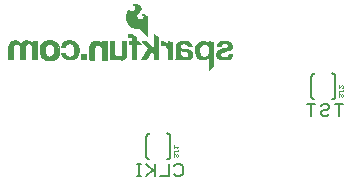
<source format=gbr>
G04 EAGLE Gerber RS-274X export*
G75*
%MOMM*%
%FSLAX34Y34*%
%LPD*%
%INSilkscreen Bottom*%
%IPPOS*%
%AMOC8*
5,1,8,0,0,1.08239X$1,22.5*%
G01*
%ADD10C,0.203200*%
%ADD11C,0.025400*%
%ADD12R,0.495300X0.485100*%

G36*
X258134Y295447D02*
X258134Y295447D01*
X258176Y295462D01*
X258178Y295467D01*
X258182Y295469D01*
X258211Y295542D01*
X258215Y295553D01*
X258215Y295554D01*
X258215Y310718D01*
X258213Y310723D01*
X258215Y310729D01*
X258145Y311560D01*
X258139Y311571D01*
X258140Y311586D01*
X257900Y312385D01*
X257892Y312395D01*
X257890Y312409D01*
X257489Y313141D01*
X257479Y313149D01*
X257474Y313162D01*
X257004Y313712D01*
X256993Y313717D01*
X256986Y313729D01*
X256416Y314174D01*
X256404Y314177D01*
X256394Y314187D01*
X255746Y314508D01*
X255734Y314509D01*
X255722Y314517D01*
X255023Y314701D01*
X255012Y314700D01*
X255001Y314705D01*
X254061Y314778D01*
X254052Y314775D01*
X254041Y314778D01*
X253101Y314705D01*
X253097Y314703D01*
X253091Y314704D01*
X252608Y314628D01*
X252569Y314603D01*
X252529Y314582D01*
X252528Y314578D01*
X252525Y314576D01*
X252515Y314531D01*
X252503Y314487D01*
X252505Y314483D01*
X252504Y314479D01*
X252529Y314441D01*
X252553Y314402D01*
X252557Y314401D01*
X252559Y314398D01*
X252600Y314389D01*
X252640Y314377D01*
X252798Y314393D01*
X252936Y314365D01*
X253069Y314294D01*
X253893Y313695D01*
X254011Y313581D01*
X254083Y313443D01*
X254176Y313028D01*
X254176Y312600D01*
X254083Y312184D01*
X253877Y311780D01*
X253564Y311452D01*
X252958Y311087D01*
X252280Y310880D01*
X251569Y310845D01*
X250959Y310942D01*
X250373Y311140D01*
X249830Y311433D01*
X249405Y311798D01*
X249090Y312258D01*
X248904Y312783D01*
X248861Y313339D01*
X248963Y313887D01*
X249203Y314390D01*
X249573Y314825D01*
X249771Y315035D01*
X250366Y315666D01*
X250961Y316297D01*
X251026Y316366D01*
X251029Y316376D01*
X251038Y316382D01*
X252225Y318140D01*
X252227Y318153D01*
X252237Y318163D01*
X252517Y318851D01*
X252516Y318866D01*
X252525Y318881D01*
X252624Y319616D01*
X252620Y319631D01*
X252625Y319648D01*
X252538Y320385D01*
X252530Y320398D01*
X252530Y320416D01*
X252263Y321108D01*
X252252Y321119D01*
X252248Y321136D01*
X251817Y321739D01*
X251807Y321746D01*
X251801Y321758D01*
X251105Y322416D01*
X251097Y322419D01*
X251092Y322427D01*
X250315Y322987D01*
X250305Y322990D01*
X250297Y322998D01*
X249517Y323386D01*
X249505Y323387D01*
X249494Y323395D01*
X248654Y323626D01*
X248642Y323625D01*
X248630Y323631D01*
X247762Y323697D01*
X247752Y323693D01*
X247740Y323697D01*
X246840Y323611D01*
X246831Y323607D01*
X246821Y323608D01*
X245943Y323388D01*
X245935Y323382D01*
X245923Y323381D01*
X245695Y323280D01*
X245339Y323128D01*
X245338Y323128D01*
X244834Y322907D01*
X244824Y322896D01*
X244807Y322891D01*
X244372Y322553D01*
X244369Y322546D01*
X244361Y322542D01*
X244336Y322517D01*
X244333Y322516D01*
X244298Y322424D01*
X244339Y322335D01*
X244424Y322302D01*
X245027Y322302D01*
X245538Y322245D01*
X246028Y322106D01*
X246509Y321851D01*
X246904Y321481D01*
X247190Y321021D01*
X247347Y320502D01*
X247359Y320199D01*
X247300Y319899D01*
X247094Y319405D01*
X246811Y318947D01*
X246460Y318537D01*
X246048Y318183D01*
X245146Y317532D01*
X244658Y317283D01*
X244129Y317185D01*
X243590Y317243D01*
X243416Y317308D01*
X243055Y317557D01*
X242781Y317896D01*
X242737Y317999D01*
X242721Y318119D01*
X242721Y318999D01*
X242704Y319040D01*
X242690Y319082D01*
X242685Y319085D01*
X242683Y319090D01*
X242642Y319106D01*
X242602Y319125D01*
X242596Y319123D01*
X242591Y319125D01*
X242564Y319113D01*
X242515Y319097D01*
X241389Y318176D01*
X241383Y318164D01*
X241371Y318157D01*
X240464Y317020D01*
X240461Y317009D01*
X240452Y317001D01*
X239950Y316067D01*
X239949Y316057D01*
X239943Y316049D01*
X239585Y315052D01*
X239585Y315042D01*
X239580Y315033D01*
X239373Y313994D01*
X239375Y313984D01*
X239374Y313982D01*
X239375Y313982D01*
X239371Y313973D01*
X239311Y312045D01*
X239315Y312034D01*
X239312Y312022D01*
X239600Y310115D01*
X239606Y310105D01*
X239606Y310093D01*
X240234Y308269D01*
X240241Y308260D01*
X240243Y308248D01*
X241190Y306567D01*
X241198Y306561D01*
X241201Y306550D01*
X242086Y305443D01*
X242093Y305440D01*
X242095Y305434D01*
X242096Y305434D01*
X242098Y305430D01*
X243129Y304458D01*
X243137Y304455D01*
X243143Y304447D01*
X244300Y303630D01*
X244310Y303628D01*
X244318Y303620D01*
X245548Y303020D01*
X245559Y303019D01*
X245569Y303011D01*
X246888Y302643D01*
X246899Y302645D01*
X246910Y302639D01*
X248274Y302515D01*
X248279Y302517D01*
X248285Y302515D01*
X250560Y302515D01*
X250928Y302450D01*
X251279Y302323D01*
X252269Y301734D01*
X253123Y300952D01*
X257995Y295470D01*
X257999Y295468D01*
X258001Y295463D01*
X258043Y295447D01*
X258084Y295428D01*
X258088Y295430D01*
X258093Y295428D01*
X258134Y295447D01*
G37*
G36*
X309501Y266753D02*
X309501Y266753D01*
X309503Y266752D01*
X309524Y266761D01*
X309584Y266784D01*
X313724Y270518D01*
X313726Y270524D01*
X313732Y270527D01*
X313756Y270587D01*
X313765Y270608D01*
X313764Y270610D01*
X313765Y270612D01*
X313765Y291186D01*
X313750Y291223D01*
X313740Y291262D01*
X313731Y291268D01*
X313727Y291277D01*
X313699Y291288D01*
X313663Y291310D01*
X309777Y292046D01*
X309762Y292043D01*
X309747Y292048D01*
X309715Y292033D01*
X309680Y292025D01*
X309672Y292012D01*
X309659Y292006D01*
X309644Y291967D01*
X309628Y291942D01*
X309631Y291931D01*
X309627Y291920D01*
X309651Y290003D01*
X309517Y290152D01*
X309516Y290153D01*
X309516Y290154D01*
X308627Y291119D01*
X308621Y291121D01*
X308617Y291128D01*
X308274Y291429D01*
X308263Y291433D01*
X308255Y291443D01*
X307861Y291676D01*
X307852Y291677D01*
X307844Y291684D01*
X306523Y292217D01*
X306512Y292217D01*
X306502Y292224D01*
X306020Y292326D01*
X306008Y292323D01*
X305996Y292328D01*
X304015Y292353D01*
X304004Y292349D01*
X303992Y292351D01*
X302907Y292168D01*
X302897Y292161D01*
X302883Y292161D01*
X301858Y291761D01*
X301851Y291753D01*
X301839Y291751D01*
X300937Y291210D01*
X300932Y291204D01*
X300923Y291201D01*
X300099Y290548D01*
X300093Y290538D01*
X300083Y290533D01*
X299291Y289643D01*
X299287Y289630D01*
X299275Y289621D01*
X298696Y288580D01*
X298694Y288568D01*
X298686Y288557D01*
X298012Y286444D01*
X298013Y286433D01*
X298007Y286422D01*
X297724Y284222D01*
X297727Y284211D01*
X297723Y284199D01*
X297841Y281984D01*
X297846Y281974D01*
X297844Y281962D01*
X298167Y280586D01*
X298174Y280577D01*
X298174Y280565D01*
X298730Y279265D01*
X298738Y279257D01*
X298740Y279246D01*
X299512Y278061D01*
X299521Y278055D01*
X299526Y278044D01*
X300183Y277337D01*
X300193Y277333D01*
X300199Y277323D01*
X300967Y276738D01*
X300978Y276736D01*
X300985Y276727D01*
X301841Y276281D01*
X301852Y276280D01*
X301861Y276272D01*
X302780Y275978D01*
X302790Y275979D01*
X302800Y275973D01*
X304012Y275784D01*
X304021Y275786D01*
X304030Y275783D01*
X305257Y275766D01*
X305265Y275769D01*
X305275Y275767D01*
X306492Y275922D01*
X306502Y275927D01*
X306514Y275927D01*
X307358Y276191D01*
X307368Y276199D01*
X307383Y276202D01*
X308152Y276639D01*
X308160Y276649D01*
X308174Y276654D01*
X308834Y277244D01*
X308840Y277256D01*
X308852Y277264D01*
X309372Y277980D01*
X309373Y277982D01*
X309373Y266878D01*
X309391Y266834D01*
X309408Y266791D01*
X309410Y266790D01*
X309411Y266787D01*
X309455Y266770D01*
X309499Y266752D01*
X309501Y266753D01*
G37*
G36*
X144071Y276100D02*
X144071Y276100D01*
X144073Y276099D01*
X144116Y276119D01*
X144160Y276137D01*
X144160Y276139D01*
X144162Y276140D01*
X144195Y276225D01*
X144195Y286504D01*
X144302Y287384D01*
X144614Y288206D01*
X144875Y288590D01*
X145218Y288903D01*
X145624Y289129D01*
X146072Y289257D01*
X146976Y289325D01*
X147879Y289233D01*
X148289Y289107D01*
X148661Y288897D01*
X148676Y288883D01*
X148817Y288757D01*
X148957Y288630D01*
X148979Y288611D01*
X149364Y288083D01*
X149637Y287488D01*
X149786Y286849D01*
X149861Y285746D01*
X149861Y276225D01*
X149862Y276223D01*
X149861Y276221D01*
X149881Y276178D01*
X149899Y276134D01*
X149901Y276134D01*
X149902Y276132D01*
X149987Y276099D01*
X154305Y276099D01*
X154307Y276100D01*
X154309Y276099D01*
X154352Y276119D01*
X154396Y276137D01*
X154396Y276139D01*
X154398Y276140D01*
X154431Y276225D01*
X154431Y286784D01*
X154511Y287447D01*
X154742Y288066D01*
X155112Y288613D01*
X155459Y288931D01*
X155868Y289164D01*
X156318Y289300D01*
X156795Y289332D01*
X157643Y289282D01*
X158083Y289200D01*
X158487Y289022D01*
X158842Y288756D01*
X159661Y287812D01*
X159945Y287274D01*
X160076Y286683D01*
X160046Y286061D01*
X160047Y286058D01*
X160046Y286055D01*
X160046Y276250D01*
X160047Y276248D01*
X160046Y276246D01*
X160066Y276203D01*
X160084Y276159D01*
X160086Y276159D01*
X160087Y276157D01*
X160172Y276124D01*
X164490Y276124D01*
X164492Y276125D01*
X164494Y276124D01*
X164537Y276144D01*
X164581Y276162D01*
X164581Y276164D01*
X164583Y276165D01*
X164616Y276250D01*
X164616Y292303D01*
X164615Y292305D01*
X164616Y292307D01*
X164596Y292350D01*
X164578Y292394D01*
X164576Y292394D01*
X164575Y292396D01*
X164490Y292429D01*
X160503Y292429D01*
X160501Y292428D01*
X160499Y292429D01*
X160456Y292409D01*
X160412Y292391D01*
X160412Y292389D01*
X160410Y292388D01*
X160377Y292303D01*
X160377Y290250D01*
X160346Y290257D01*
X160044Y290653D01*
X160038Y290656D01*
X160035Y290664D01*
X159273Y291451D01*
X159265Y291454D01*
X159261Y291461D01*
X158499Y292073D01*
X158485Y292077D01*
X158473Y292090D01*
X157583Y292494D01*
X157571Y292494D01*
X157560Y292502D01*
X156468Y292756D01*
X156459Y292755D01*
X156451Y292759D01*
X155079Y292886D01*
X155069Y292883D01*
X155058Y292886D01*
X154101Y292817D01*
X154090Y292811D01*
X154076Y292812D01*
X153153Y292552D01*
X153143Y292544D01*
X153130Y292542D01*
X152340Y292139D01*
X152332Y292130D01*
X152319Y292126D01*
X151621Y291580D01*
X151615Y291569D01*
X151603Y291563D01*
X151021Y290894D01*
X151018Y290882D01*
X151007Y290874D01*
X150627Y290216D01*
X150585Y290258D01*
X150130Y290739D01*
X150127Y290740D01*
X150126Y290743D01*
X149338Y291502D01*
X149329Y291505D01*
X149324Y291514D01*
X148435Y292152D01*
X148424Y292154D01*
X148416Y292162D01*
X147611Y292556D01*
X147599Y292556D01*
X147588Y292564D01*
X146723Y292796D01*
X146711Y292794D01*
X146699Y292800D01*
X145805Y292861D01*
X145796Y292858D01*
X145785Y292861D01*
X144506Y292754D01*
X144499Y292750D01*
X144492Y292752D01*
X143232Y292503D01*
X143223Y292497D01*
X143211Y292497D01*
X142345Y292171D01*
X142335Y292161D01*
X142320Y292158D01*
X141546Y291651D01*
X141539Y291639D01*
X141525Y291633D01*
X140879Y290969D01*
X140876Y290959D01*
X140872Y290958D01*
X140871Y290954D01*
X140863Y290948D01*
X140275Y290009D01*
X140273Y289996D01*
X140263Y289986D01*
X139877Y288947D01*
X139878Y288934D01*
X139871Y288922D01*
X139702Y287826D01*
X139705Y287817D01*
X139701Y287807D01*
X139701Y276225D01*
X139702Y276223D01*
X139701Y276221D01*
X139721Y276178D01*
X139739Y276134D01*
X139741Y276134D01*
X139742Y276132D01*
X139827Y276099D01*
X144069Y276099D01*
X144071Y276100D01*
G37*
G36*
X291951Y275769D02*
X291951Y275769D01*
X291962Y275774D01*
X291976Y275772D01*
X293348Y276080D01*
X293359Y276088D01*
X293374Y276089D01*
X294643Y276695D01*
X294652Y276705D01*
X294666Y276709D01*
X295114Y277051D01*
X295120Y277061D01*
X295132Y277067D01*
X295509Y277487D01*
X295513Y277498D01*
X295523Y277506D01*
X295815Y277989D01*
X295817Y278000D01*
X295825Y278010D01*
X296198Y279003D01*
X296198Y279014D01*
X296204Y279025D01*
X296393Y280069D01*
X296390Y280080D01*
X296395Y280092D01*
X296392Y281153D01*
X296389Y281160D01*
X296391Y281163D01*
X296388Y281170D01*
X296389Y281180D01*
X296183Y282121D01*
X296174Y282133D01*
X296173Y282150D01*
X295744Y283012D01*
X295734Y283021D01*
X295729Y283036D01*
X295231Y283645D01*
X295226Y283648D01*
X295224Y283652D01*
X295218Y283654D01*
X295213Y283663D01*
X294603Y284161D01*
X294591Y284164D01*
X294582Y284175D01*
X293886Y284541D01*
X293875Y284542D01*
X293866Y284549D01*
X292381Y285033D01*
X292373Y285032D01*
X292364Y285037D01*
X290827Y285315D01*
X290823Y285314D01*
X290818Y285317D01*
X288612Y285545D01*
X287306Y285771D01*
X286837Y285936D01*
X286409Y286182D01*
X286125Y286443D01*
X286065Y286530D01*
X286023Y286627D01*
X285912Y287148D01*
X285912Y287679D01*
X286023Y288200D01*
X286162Y288514D01*
X286361Y288793D01*
X286614Y289027D01*
X286928Y289220D01*
X287274Y289348D01*
X287643Y289409D01*
X288998Y289459D01*
X289585Y289405D01*
X290146Y289240D01*
X290610Y288985D01*
X291000Y288629D01*
X291295Y288191D01*
X291479Y287696D01*
X291542Y287165D01*
X291542Y287122D01*
X291543Y287120D01*
X291542Y287118D01*
X291562Y287075D01*
X291580Y287031D01*
X291582Y287031D01*
X291583Y287029D01*
X291668Y286996D01*
X295809Y286996D01*
X295810Y286994D01*
X295852Y286984D01*
X295894Y286970D01*
X295900Y286973D01*
X295906Y286972D01*
X295931Y286988D01*
X295976Y287009D01*
X296001Y287034D01*
X296001Y287035D01*
X296017Y287077D01*
X296036Y287126D01*
X296036Y287127D01*
X296016Y287169D01*
X295997Y287212D01*
X295875Y288103D01*
X295869Y288114D01*
X295869Y288129D01*
X295535Y289070D01*
X295526Y289080D01*
X295523Y289094D01*
X295004Y289947D01*
X294993Y289955D01*
X294988Y289968D01*
X294305Y290698D01*
X294293Y290703D01*
X294285Y290715D01*
X293468Y291289D01*
X293456Y291292D01*
X293447Y291301D01*
X292289Y291830D01*
X292279Y291830D01*
X292270Y291837D01*
X291041Y292171D01*
X291032Y292170D01*
X291023Y292174D01*
X289283Y292388D01*
X289275Y292385D01*
X289267Y292388D01*
X287513Y292380D01*
X287506Y292377D01*
X287497Y292379D01*
X285758Y292149D01*
X285750Y292144D01*
X285739Y292145D01*
X284325Y291720D01*
X284316Y291712D01*
X284302Y291711D01*
X282999Y291017D01*
X282990Y291007D01*
X282976Y291002D01*
X282414Y290519D01*
X282407Y290505D01*
X282393Y290496D01*
X281966Y289891D01*
X281963Y289876D01*
X281951Y289864D01*
X281684Y289173D01*
X281685Y289158D01*
X281677Y289143D01*
X281586Y288408D01*
X281588Y288400D01*
X281585Y288392D01*
X281585Y283566D01*
X281586Y283564D01*
X281585Y283562D01*
X281592Y283547D01*
X281560Y283463D01*
X281585Y279125D01*
X281483Y277788D01*
X281134Y276493D01*
X281060Y276294D01*
X281061Y276269D01*
X281052Y276246D01*
X281063Y276222D01*
X281064Y276196D01*
X281083Y276179D01*
X281093Y276157D01*
X281120Y276146D01*
X281138Y276130D01*
X281157Y276132D01*
X281178Y276124D01*
X285212Y276124D01*
X285248Y276121D01*
X285276Y276130D01*
X285316Y276134D01*
X285353Y276153D01*
X285372Y276175D01*
X285404Y276199D01*
X285426Y276235D01*
X285428Y276252D01*
X285440Y276268D01*
X285516Y276548D01*
X285515Y276551D01*
X285517Y276554D01*
X285744Y277583D01*
X285754Y277606D01*
X285760Y277612D01*
X285768Y277614D01*
X285777Y277613D01*
X285801Y277597D01*
X286628Y276894D01*
X286639Y276890D01*
X286648Y276880D01*
X287599Y276340D01*
X287610Y276339D01*
X287620Y276331D01*
X288655Y275978D01*
X288667Y275979D01*
X288677Y275973D01*
X290295Y275732D01*
X290305Y275735D01*
X290316Y275731D01*
X291951Y275769D01*
G37*
G36*
X267084Y275998D02*
X267084Y275998D01*
X267087Y275997D01*
X267170Y276034D01*
X267221Y276085D01*
X267223Y276088D01*
X267225Y276089D01*
X267258Y276174D01*
X267258Y295504D01*
X267250Y295523D01*
X267252Y295543D01*
X267231Y295570D01*
X267220Y295595D01*
X267206Y295600D01*
X267195Y295614D01*
X263055Y297976D01*
X263020Y297980D01*
X262988Y297992D01*
X262973Y297985D01*
X262957Y297987D01*
X262930Y297965D01*
X262899Y297951D01*
X262892Y297935D01*
X262880Y297925D01*
X262878Y297898D01*
X262866Y297866D01*
X262866Y286436D01*
X257391Y291910D01*
X257388Y291912D01*
X257387Y291914D01*
X257302Y291947D01*
X252628Y291947D01*
X252626Y291947D01*
X252625Y291947D01*
X252581Y291927D01*
X252537Y291909D01*
X252537Y291907D01*
X252535Y291906D01*
X252519Y291862D01*
X252502Y291817D01*
X252503Y291815D01*
X252502Y291814D01*
X252540Y291731D01*
X258231Y286165D01*
X251634Y276270D01*
X251627Y276232D01*
X251613Y276195D01*
X251618Y276185D01*
X251616Y276173D01*
X251638Y276142D01*
X251655Y276106D01*
X251666Y276102D01*
X251672Y276093D01*
X251702Y276088D01*
X251740Y276074D01*
X256820Y276099D01*
X256837Y276106D01*
X256855Y276104D01*
X256884Y276126D01*
X256910Y276138D01*
X256915Y276150D01*
X256927Y276160D01*
X261160Y283138D01*
X262815Y281531D01*
X262815Y276123D01*
X262816Y276121D01*
X262815Y276119D01*
X262835Y276076D01*
X262853Y276032D01*
X262855Y276032D01*
X262856Y276030D01*
X262941Y275997D01*
X267081Y275997D01*
X267084Y275998D01*
G37*
G36*
X235516Y275697D02*
X235516Y275697D01*
X235527Y275694D01*
X236560Y275841D01*
X236571Y275847D01*
X236584Y275847D01*
X237570Y276190D01*
X237579Y276198D01*
X237592Y276200D01*
X238494Y276726D01*
X238501Y276736D01*
X238514Y276741D01*
X238768Y276969D01*
X238774Y276980D01*
X238785Y276988D01*
X239446Y277873D01*
X239448Y277884D01*
X239458Y277893D01*
X239946Y278883D01*
X239946Y278895D01*
X239954Y278905D01*
X240254Y279968D01*
X240252Y279979D01*
X240258Y279991D01*
X240359Y281090D01*
X240357Y281096D01*
X240359Y281102D01*
X240359Y291897D01*
X240358Y291899D01*
X240359Y291901D01*
X240339Y291944D01*
X240321Y291988D01*
X240319Y291988D01*
X240318Y291990D01*
X240233Y292023D01*
X236093Y292023D01*
X236091Y292022D01*
X236089Y292023D01*
X236046Y292003D01*
X236002Y291985D01*
X236002Y291983D01*
X236000Y291982D01*
X235967Y291897D01*
X235967Y281900D01*
X235818Y281070D01*
X235475Y280302D01*
X235203Y279940D01*
X234862Y279639D01*
X234467Y279414D01*
X233778Y279191D01*
X233059Y279111D01*
X232338Y279178D01*
X231647Y279390D01*
X231137Y279678D01*
X230706Y280075D01*
X230379Y280560D01*
X230170Y281110D01*
X229945Y282314D01*
X229869Y283544D01*
X229869Y291846D01*
X229868Y291848D01*
X229869Y291850D01*
X229849Y291893D01*
X229831Y291937D01*
X229829Y291937D01*
X229828Y291939D01*
X229743Y291972D01*
X225527Y291972D01*
X225525Y291971D01*
X225523Y291972D01*
X225480Y291952D01*
X225436Y291934D01*
X225436Y291932D01*
X225434Y291931D01*
X225401Y291846D01*
X225401Y276225D01*
X225402Y276223D01*
X225401Y276221D01*
X225421Y276178D01*
X225439Y276134D01*
X225441Y276134D01*
X225442Y276132D01*
X225527Y276099D01*
X229540Y276099D01*
X229542Y276100D01*
X229544Y276099D01*
X229587Y276119D01*
X229631Y276137D01*
X229631Y276139D01*
X229633Y276140D01*
X229666Y276225D01*
X229666Y278282D01*
X230173Y277641D01*
X230181Y277637D01*
X230185Y277628D01*
X231012Y276843D01*
X231021Y276840D01*
X231026Y276832D01*
X231956Y276173D01*
X231965Y276171D01*
X231973Y276163D01*
X232218Y276041D01*
X232229Y276040D01*
X232238Y276033D01*
X232500Y275952D01*
X232509Y275953D01*
X232518Y275948D01*
X233996Y275725D01*
X234004Y275727D01*
X234012Y275723D01*
X235506Y275693D01*
X235516Y275697D01*
G37*
G36*
X223039Y276024D02*
X223039Y276024D01*
X223041Y276023D01*
X223084Y276043D01*
X223128Y276061D01*
X223128Y276063D01*
X223130Y276064D01*
X223163Y276149D01*
X223163Y291871D01*
X223162Y291873D01*
X223163Y291875D01*
X223143Y291918D01*
X223125Y291962D01*
X223123Y291962D01*
X223122Y291964D01*
X223037Y291997D01*
X218999Y291997D01*
X218997Y291996D01*
X218995Y291997D01*
X218952Y291977D01*
X218908Y291959D01*
X218908Y291957D01*
X218906Y291956D01*
X218873Y291871D01*
X218873Y289803D01*
X218831Y289832D01*
X218717Y289968D01*
X218440Y290346D01*
X218436Y290348D01*
X218434Y290353D01*
X218032Y290826D01*
X218025Y290830D01*
X218021Y290838D01*
X217826Y291014D01*
X217686Y291140D01*
X217560Y291254D01*
X217550Y291257D01*
X217542Y291267D01*
X216644Y291834D01*
X216631Y291837D01*
X216620Y291846D01*
X215624Y292215D01*
X215611Y292215D01*
X215598Y292222D01*
X214546Y292377D01*
X214536Y292374D01*
X214525Y292378D01*
X212519Y292328D01*
X212509Y292324D01*
X212496Y292326D01*
X211519Y292120D01*
X211507Y292112D01*
X211491Y292111D01*
X210586Y291689D01*
X210577Y291678D01*
X210562Y291674D01*
X209777Y291056D01*
X209771Y291045D01*
X209759Y291039D01*
X209270Y290464D01*
X209267Y290453D01*
X209257Y290446D01*
X208873Y289797D01*
X208871Y289786D01*
X208863Y289777D01*
X208594Y289072D01*
X208594Y289063D01*
X208589Y289054D01*
X208349Y287947D01*
X208351Y287938D01*
X208347Y287930D01*
X208256Y286801D01*
X208258Y286796D01*
X208256Y286791D01*
X208256Y276250D01*
X208257Y276248D01*
X208256Y276246D01*
X208276Y276203D01*
X208294Y276159D01*
X208296Y276159D01*
X208297Y276157D01*
X208382Y276124D01*
X212471Y276124D01*
X212473Y276125D01*
X212475Y276124D01*
X212518Y276144D01*
X212562Y276162D01*
X212562Y276164D01*
X212564Y276165D01*
X212597Y276250D01*
X212597Y285896D01*
X212662Y286614D01*
X212853Y287302D01*
X213163Y287944D01*
X213459Y288331D01*
X213833Y288640D01*
X214268Y288857D01*
X214568Y288934D01*
X214884Y288951D01*
X215989Y288901D01*
X216545Y288814D01*
X217061Y288610D01*
X217518Y288296D01*
X218035Y287727D01*
X218398Y287048D01*
X218615Y286298D01*
X218695Y285515D01*
X218695Y276149D01*
X218696Y276147D01*
X218695Y276145D01*
X218715Y276102D01*
X218733Y276058D01*
X218735Y276058D01*
X218736Y276056D01*
X218821Y276023D01*
X223037Y276023D01*
X223039Y276024D01*
G37*
G36*
X174753Y275952D02*
X174753Y275952D01*
X174769Y275948D01*
X177766Y276354D01*
X177787Y276366D01*
X177816Y276372D01*
X180661Y278150D01*
X180675Y278171D01*
X180700Y278189D01*
X182300Y280678D01*
X182304Y280701D01*
X182319Y280726D01*
X182929Y284612D01*
X182923Y284634D01*
X182927Y284660D01*
X182114Y288216D01*
X182099Y288237D01*
X182090Y288266D01*
X179956Y290984D01*
X179934Y290996D01*
X179913Y291019D01*
X176535Y292696D01*
X176515Y292697D01*
X176494Y292708D01*
X175021Y292885D01*
X175014Y292883D01*
X175006Y292886D01*
X174955Y292886D01*
X174935Y292878D01*
X174909Y292877D01*
X174782Y292827D01*
X174761Y292807D01*
X174735Y292795D01*
X174726Y292773D01*
X174711Y292759D01*
X174712Y292735D01*
X174702Y292710D01*
X174702Y289789D01*
X174719Y289749D01*
X174731Y289708D01*
X174738Y289704D01*
X174740Y289698D01*
X174768Y289687D01*
X174811Y289664D01*
X175906Y289514D01*
X177054Y288879D01*
X177842Y287795D01*
X178238Y286906D01*
X178512Y285432D01*
X178563Y283573D01*
X178388Y282325D01*
X178013Y281176D01*
X177475Y280149D01*
X175827Y279141D01*
X174079Y278919D01*
X172328Y279511D01*
X172258Y279575D01*
X171980Y279828D01*
X171702Y280080D01*
X171563Y280206D01*
X171286Y280459D01*
X171285Y280459D01*
X171249Y280492D01*
X170706Y281702D01*
X170331Y283250D01*
X170331Y284675D01*
X170582Y286604D01*
X171326Y288216D01*
X172160Y289025D01*
X173113Y289538D01*
X174300Y289637D01*
X174396Y289637D01*
X174399Y289638D01*
X174402Y289637D01*
X174444Y289657D01*
X174487Y289675D01*
X174488Y289678D01*
X174491Y289680D01*
X174522Y289765D01*
X174496Y291353D01*
X174493Y291479D01*
X174493Y291480D01*
X174491Y291606D01*
X174489Y291732D01*
X174487Y291858D01*
X174485Y291984D01*
X174485Y291985D01*
X174483Y292111D01*
X174481Y292237D01*
X174479Y292363D01*
X174476Y292489D01*
X174476Y292490D01*
X174474Y292616D01*
X174472Y292737D01*
X174468Y292746D01*
X174471Y292755D01*
X174449Y292790D01*
X174432Y292827D01*
X174424Y292830D01*
X174419Y292838D01*
X174367Y292851D01*
X174340Y292861D01*
X174335Y292859D01*
X174330Y292860D01*
X172323Y292606D01*
X172312Y292600D01*
X172298Y292600D01*
X170672Y292041D01*
X170660Y292030D01*
X170641Y292026D01*
X168660Y290655D01*
X168652Y290642D01*
X168636Y290633D01*
X167544Y289363D01*
X167539Y289347D01*
X167525Y289332D01*
X166484Y286995D01*
X166483Y286978D01*
X166474Y286960D01*
X166194Y284775D01*
X166198Y284760D01*
X166194Y284744D01*
X166448Y282636D01*
X166452Y282628D01*
X166451Y282617D01*
X167137Y280153D01*
X167148Y280139D01*
X167152Y280120D01*
X167965Y278825D01*
X167977Y278816D01*
X167985Y278801D01*
X169179Y277658D01*
X169188Y277654D01*
X169193Y277646D01*
X170310Y276859D01*
X170327Y276855D01*
X170342Y276843D01*
X172196Y276208D01*
X172210Y276209D01*
X172224Y276201D01*
X174739Y275947D01*
X174753Y275952D01*
G37*
G36*
X322734Y275745D02*
X322734Y275745D01*
X322741Y275743D01*
X325307Y275921D01*
X325316Y275926D01*
X325326Y275924D01*
X326247Y276136D01*
X326258Y276144D01*
X326272Y276145D01*
X327129Y276542D01*
X327135Y276549D01*
X327144Y276551D01*
X328338Y277313D01*
X328343Y277319D01*
X328351Y277322D01*
X328866Y277753D01*
X328871Y277764D01*
X328883Y277770D01*
X329303Y278294D01*
X329307Y278305D01*
X329317Y278314D01*
X329626Y278910D01*
X329627Y278919D01*
X329634Y278927D01*
X330066Y280197D01*
X330065Y280207D01*
X330070Y280216D01*
X330172Y280800D01*
X330171Y280807D01*
X330174Y280813D01*
X330199Y281169D01*
X330198Y281173D01*
X330199Y281176D01*
X330198Y281178D01*
X330199Y281182D01*
X330187Y281208D01*
X330184Y281238D01*
X330183Y281239D01*
X330183Y281240D01*
X330172Y281249D01*
X330167Y281262D01*
X330161Y281265D01*
X330158Y281271D01*
X330128Y281283D01*
X330108Y281299D01*
X330106Y281299D01*
X330105Y281300D01*
X330090Y281299D01*
X330078Y281304D01*
X330076Y281303D01*
X330073Y281304D01*
X326212Y281304D01*
X326210Y281303D01*
X326208Y281304D01*
X326165Y281284D01*
X326121Y281266D01*
X326121Y281264D01*
X326119Y281263D01*
X326086Y281178D01*
X326086Y281131D01*
X326057Y280634D01*
X325911Y280172D01*
X325655Y279758D01*
X325551Y279653D01*
X325425Y279527D01*
X325213Y279315D01*
X324686Y278978D01*
X324099Y278761D01*
X323537Y278688D01*
X322207Y278688D01*
X321604Y278762D01*
X321037Y278959D01*
X320524Y279271D01*
X320237Y279555D01*
X320028Y279900D01*
X319911Y280285D01*
X319894Y280689D01*
X319979Y281084D01*
X320160Y281446D01*
X320425Y281750D01*
X320761Y281981D01*
X321868Y282451D01*
X323042Y282757D01*
X326673Y283620D01*
X326680Y283625D01*
X326689Y283625D01*
X327497Y283931D01*
X327504Y283937D01*
X327514Y283939D01*
X328265Y284366D01*
X328271Y284373D01*
X328281Y284377D01*
X328958Y284914D01*
X328963Y284924D01*
X328974Y284930D01*
X329311Y285315D01*
X329315Y285328D01*
X329326Y285337D01*
X329575Y285784D01*
X329576Y285797D01*
X329585Y285808D01*
X329737Y286297D01*
X329735Y286309D01*
X329742Y286322D01*
X329847Y287458D01*
X329844Y287471D01*
X329847Y287484D01*
X329718Y288618D01*
X329712Y288629D01*
X329713Y288643D01*
X329355Y289727D01*
X329347Y289736D01*
X329345Y289750D01*
X329046Y290272D01*
X329036Y290279D01*
X329031Y290292D01*
X328637Y290747D01*
X328626Y290752D01*
X328619Y290764D01*
X328143Y291133D01*
X328132Y291136D01*
X328123Y291145D01*
X326842Y291799D01*
X326831Y291800D01*
X326821Y291807D01*
X325443Y292218D01*
X325432Y292217D01*
X325420Y292223D01*
X323991Y292378D01*
X323984Y292376D01*
X323977Y292378D01*
X322174Y292378D01*
X322168Y292376D01*
X322161Y292378D01*
X320768Y292238D01*
X320759Y292233D01*
X320748Y292234D01*
X319397Y291866D01*
X319388Y291859D01*
X319374Y291857D01*
X318277Y291319D01*
X318268Y291309D01*
X318254Y291305D01*
X317295Y290548D01*
X317289Y290538D01*
X317278Y290533D01*
X316930Y290137D01*
X316928Y290132D01*
X316927Y290132D01*
X316926Y290128D01*
X316918Y290122D01*
X316632Y289680D01*
X316630Y289670D01*
X316623Y289663D01*
X316267Y288875D01*
X316267Y288870D01*
X316263Y288866D01*
X316060Y288308D01*
X316062Y288284D01*
X316057Y288272D01*
X316060Y288265D01*
X316055Y288240D01*
X316064Y288226D01*
X316055Y288214D01*
X316057Y288208D01*
X316053Y288201D01*
X315977Y287490D01*
X315979Y287484D01*
X315978Y287480D01*
X315979Y287478D01*
X315977Y287473D01*
X315994Y287436D01*
X316006Y287396D01*
X316014Y287392D01*
X316018Y287384D01*
X316068Y287364D01*
X316094Y287351D01*
X316098Y287353D01*
X316103Y287351D01*
X319989Y287351D01*
X320033Y287369D01*
X320077Y287387D01*
X320078Y287388D01*
X320080Y287389D01*
X320087Y287408D01*
X320115Y287469D01*
X320131Y287729D01*
X320186Y287972D01*
X320336Y288324D01*
X320554Y288637D01*
X320830Y288901D01*
X321252Y289172D01*
X321719Y289361D01*
X322215Y289459D01*
X323063Y289503D01*
X323911Y289459D01*
X324360Y289374D01*
X324784Y289217D01*
X325085Y289022D01*
X325318Y288754D01*
X325473Y288412D01*
X325521Y288040D01*
X325456Y287671D01*
X325272Y287310D01*
X325037Y287067D01*
X324989Y287017D01*
X324314Y286601D01*
X323562Y286329D01*
X321539Y285925D01*
X321538Y285924D01*
X321537Y285924D01*
X319814Y285543D01*
X319807Y285538D01*
X319798Y285538D01*
X318142Y284928D01*
X318136Y284922D01*
X318126Y284921D01*
X317370Y284516D01*
X317364Y284509D01*
X317355Y284506D01*
X316663Y283998D01*
X316658Y283988D01*
X316646Y283983D01*
X316314Y283633D01*
X316309Y283621D01*
X316298Y283612D01*
X316046Y283200D01*
X316044Y283186D01*
X316034Y283174D01*
X315697Y282171D01*
X315698Y282156D01*
X315690Y282142D01*
X315596Y281087D01*
X315599Y281078D01*
X315596Y281067D01*
X315672Y280026D01*
X315676Y280018D01*
X315675Y280008D01*
X315818Y279344D01*
X315824Y279334D01*
X315825Y279321D01*
X316091Y278696D01*
X316099Y278687D01*
X316102Y278675D01*
X316481Y278111D01*
X316491Y278104D01*
X316496Y278093D01*
X317222Y277350D01*
X317232Y277346D01*
X317238Y277335D01*
X318082Y276729D01*
X318092Y276727D01*
X318101Y276718D01*
X319036Y276267D01*
X319047Y276266D01*
X319057Y276259D01*
X320057Y275977D01*
X320065Y275978D01*
X320074Y275973D01*
X321388Y275791D01*
X321395Y275793D01*
X321401Y275790D01*
X322728Y275743D01*
X322734Y275745D01*
G37*
G36*
X192932Y275842D02*
X192932Y275842D01*
X192939Y275845D01*
X192947Y275844D01*
X194510Y276126D01*
X194518Y276131D01*
X194528Y276130D01*
X195598Y276485D01*
X195606Y276491D01*
X195617Y276493D01*
X196614Y277019D01*
X196621Y277027D01*
X196632Y277031D01*
X197528Y277715D01*
X197533Y277724D01*
X197544Y277729D01*
X198314Y278552D01*
X198316Y278558D01*
X198318Y278559D01*
X198320Y278563D01*
X198327Y278568D01*
X199009Y279584D01*
X199011Y279594D01*
X199019Y279602D01*
X199533Y280713D01*
X199534Y280722D01*
X199540Y280731D01*
X199874Y281909D01*
X199873Y281919D01*
X199878Y281928D01*
X200023Y283144D01*
X200021Y283153D01*
X200024Y283163D01*
X200023Y283195D01*
X200023Y283196D01*
X200015Y283448D01*
X200016Y283448D01*
X200015Y283448D01*
X200012Y283574D01*
X200004Y283827D01*
X200000Y283953D01*
X199992Y284205D01*
X199992Y284206D01*
X199989Y284332D01*
X199985Y284458D01*
X199981Y284584D01*
X199973Y284837D01*
X199969Y284963D01*
X199962Y285215D01*
X199962Y285216D01*
X199958Y285342D01*
X199950Y285594D01*
X199948Y285652D01*
X199944Y285661D01*
X199946Y285673D01*
X199648Y287163D01*
X199641Y287173D01*
X199641Y287186D01*
X199064Y288592D01*
X199056Y288600D01*
X199053Y288613D01*
X198219Y289884D01*
X198209Y289890D01*
X198204Y289902D01*
X197143Y290990D01*
X197132Y290995D01*
X197124Y291006D01*
X195875Y291871D01*
X195863Y291874D01*
X195854Y291883D01*
X194463Y292495D01*
X194451Y292495D01*
X194439Y292502D01*
X192933Y292835D01*
X192921Y292832D01*
X192908Y292838D01*
X191366Y292861D01*
X191357Y292858D01*
X191348Y292860D01*
X189913Y292671D01*
X189908Y292668D01*
X189902Y292669D01*
X188491Y292350D01*
X188483Y292345D01*
X188473Y292344D01*
X187316Y291887D01*
X187306Y291877D01*
X187292Y291874D01*
X186261Y291177D01*
X186254Y291166D01*
X186240Y291159D01*
X185385Y290256D01*
X185380Y290244D01*
X185368Y290235D01*
X184728Y289168D01*
X184726Y289156D01*
X184718Y289147D01*
X184293Y287992D01*
X184293Y287982D01*
X184288Y287973D01*
X184051Y286765D01*
X184054Y286751D01*
X184049Y286737D01*
X184064Y286704D01*
X184071Y286669D01*
X184084Y286661D01*
X184090Y286648D01*
X184129Y286632D01*
X184155Y286616D01*
X184165Y286619D01*
X184175Y286615D01*
X188366Y286615D01*
X188368Y286616D01*
X188370Y286615D01*
X188413Y286635D01*
X188457Y286653D01*
X188457Y286655D01*
X188459Y286656D01*
X188492Y286741D01*
X188492Y286759D01*
X188559Y287338D01*
X188752Y287880D01*
X189063Y288365D01*
X189476Y288766D01*
X189969Y289064D01*
X190761Y289325D01*
X191593Y289408D01*
X192433Y289342D01*
X193254Y289161D01*
X193668Y288975D01*
X194015Y288685D01*
X194702Y287774D01*
X195207Y286749D01*
X195512Y285646D01*
X195605Y284505D01*
X195476Y282945D01*
X195130Y281421D01*
X194815Y280704D01*
X194340Y280085D01*
X193732Y279596D01*
X193024Y279266D01*
X192245Y279085D01*
X191445Y279044D01*
X190854Y279117D01*
X190285Y279290D01*
X189755Y279558D01*
X189312Y279903D01*
X188954Y280335D01*
X188633Y280925D01*
X188418Y281562D01*
X188314Y282238D01*
X188292Y282274D01*
X188274Y282312D01*
X188266Y282315D01*
X188262Y282322D01*
X188232Y282328D01*
X188189Y282345D01*
X184125Y282345D01*
X184123Y282344D01*
X184121Y282345D01*
X184078Y282325D01*
X184034Y282307D01*
X184034Y282305D01*
X184032Y282304D01*
X183999Y282219D01*
X183999Y282169D01*
X184000Y282165D01*
X183999Y282161D01*
X184031Y281686D01*
X184035Y281679D01*
X184033Y281669D01*
X184128Y281204D01*
X184134Y281195D01*
X184134Y281183D01*
X184676Y279792D01*
X184685Y279783D01*
X184688Y279769D01*
X185503Y278518D01*
X185514Y278511D01*
X185519Y278498D01*
X186572Y277440D01*
X186584Y277435D01*
X186593Y277423D01*
X187840Y276603D01*
X187851Y276600D01*
X187860Y276592D01*
X188953Y276130D01*
X188963Y276130D01*
X188972Y276124D01*
X190125Y275842D01*
X190135Y275843D01*
X190145Y275839D01*
X191328Y275743D01*
X191336Y275746D01*
X191346Y275743D01*
X192932Y275842D01*
G37*
G36*
X248871Y276024D02*
X248871Y276024D01*
X248873Y276023D01*
X248916Y276043D01*
X248960Y276061D01*
X248960Y276063D01*
X248962Y276064D01*
X248995Y276149D01*
X248995Y289029D01*
X252858Y289053D01*
X252859Y289053D01*
X252904Y289073D01*
X252948Y289092D01*
X252949Y289093D01*
X252966Y289138D01*
X252983Y289184D01*
X252983Y289185D01*
X252946Y289268D01*
X250279Y291935D01*
X250276Y291937D01*
X250275Y291939D01*
X250190Y291972D01*
X248944Y291972D01*
X248944Y292303D01*
X248942Y292308D01*
X248944Y292313D01*
X248767Y294447D01*
X248762Y294457D01*
X248762Y294458D01*
X248762Y294459D01*
X248762Y294460D01*
X248763Y294469D01*
X248615Y295036D01*
X248608Y295045D01*
X248607Y295057D01*
X248359Y295588D01*
X248350Y295596D01*
X248347Y295608D01*
X248007Y296085D01*
X247997Y296091D01*
X247991Y296103D01*
X247248Y296813D01*
X247238Y296817D01*
X247236Y296821D01*
X247233Y296822D01*
X247229Y296828D01*
X246361Y297378D01*
X246349Y297380D01*
X246339Y297389D01*
X245381Y297758D01*
X245368Y297758D01*
X245357Y297765D01*
X244344Y297939D01*
X244334Y297937D01*
X244323Y297941D01*
X242773Y297941D01*
X242770Y297940D01*
X242766Y297941D01*
X241449Y297865D01*
X241427Y297865D01*
X241425Y297864D01*
X241423Y297865D01*
X241380Y297845D01*
X241336Y297827D01*
X241336Y297825D01*
X241334Y297824D01*
X241301Y297739D01*
X241301Y294716D01*
X241302Y294714D01*
X241301Y294712D01*
X241321Y294669D01*
X241339Y294625D01*
X241341Y294625D01*
X241342Y294623D01*
X241427Y294590D01*
X241503Y294590D01*
X241508Y294592D01*
X241515Y294590D01*
X241795Y294616D01*
X242710Y294701D01*
X243610Y294618D01*
X243892Y294521D01*
X244132Y294351D01*
X244314Y294119D01*
X244489Y293696D01*
X244552Y293234D01*
X244552Y291972D01*
X241706Y291972D01*
X241704Y291971D01*
X241702Y291972D01*
X241659Y291952D01*
X241615Y291934D01*
X241615Y291932D01*
X241613Y291931D01*
X241580Y291846D01*
X241580Y289179D01*
X241581Y289177D01*
X241580Y289175D01*
X241600Y289132D01*
X241618Y289088D01*
X241620Y289088D01*
X241621Y289086D01*
X241706Y289053D01*
X244578Y289053D01*
X244578Y276149D01*
X244579Y276147D01*
X244578Y276145D01*
X244598Y276102D01*
X244616Y276058D01*
X244618Y276058D01*
X244619Y276056D01*
X244704Y276023D01*
X248869Y276023D01*
X248871Y276024D01*
G37*
G36*
X278996Y276125D02*
X278996Y276125D01*
X278998Y276124D01*
X279041Y276144D01*
X279085Y276162D01*
X279086Y276164D01*
X279088Y276165D01*
X279120Y276250D01*
X279094Y291135D01*
X279078Y291173D01*
X279068Y291212D01*
X279059Y291217D01*
X279056Y291226D01*
X279027Y291237D01*
X278990Y291259D01*
X275129Y291945D01*
X275116Y291942D01*
X275103Y291947D01*
X275069Y291932D01*
X275033Y291923D01*
X275026Y291912D01*
X275014Y291906D01*
X274998Y291865D01*
X274982Y291839D01*
X274984Y291830D01*
X274981Y291821D01*
X274981Y289041D01*
X274934Y289056D01*
X274755Y289324D01*
X274069Y290366D01*
X274064Y290370D01*
X274061Y290377D01*
X273745Y290760D01*
X273732Y290767D01*
X273724Y290780D01*
X273330Y291082D01*
X273325Y291083D01*
X273322Y291087D01*
X272433Y291672D01*
X272430Y291673D01*
X272427Y291676D01*
X271816Y292029D01*
X271804Y292031D01*
X271793Y292040D01*
X271123Y292263D01*
X271111Y292262D01*
X271099Y292268D01*
X270398Y292352D01*
X270388Y292349D01*
X270376Y292353D01*
X269004Y292277D01*
X268961Y292256D01*
X268918Y292236D01*
X268917Y292234D01*
X268916Y292234D01*
X268910Y292216D01*
X268885Y292151D01*
X268885Y288290D01*
X268886Y288288D01*
X268885Y288286D01*
X268905Y288243D01*
X268923Y288199D01*
X268925Y288199D01*
X268926Y288197D01*
X269011Y288164D01*
X269037Y288164D01*
X269046Y288168D01*
X269058Y288165D01*
X269210Y288190D01*
X269212Y288192D01*
X269215Y288191D01*
X269812Y288316D01*
X271337Y288316D01*
X271879Y288224D01*
X272397Y288043D01*
X272876Y287779D01*
X273543Y287219D01*
X274068Y286527D01*
X274429Y285734D01*
X274629Y284915D01*
X274702Y284069D01*
X274702Y276250D01*
X274703Y276248D01*
X274702Y276246D01*
X274722Y276203D01*
X274740Y276159D01*
X274742Y276159D01*
X274743Y276157D01*
X274828Y276124D01*
X278994Y276124D01*
X278996Y276125D01*
G37*
%LPC*%
G36*
X304534Y279191D02*
X304534Y279191D01*
X303795Y279529D01*
X303169Y280045D01*
X302697Y280703D01*
X302408Y281464D01*
X302104Y283411D01*
X302107Y285382D01*
X302298Y286352D01*
X302701Y287251D01*
X303298Y288037D01*
X304057Y288667D01*
X304557Y288927D01*
X305099Y289083D01*
X305666Y289129D01*
X306741Y289078D01*
X307113Y289004D01*
X307451Y288842D01*
X308164Y288286D01*
X308761Y287606D01*
X309174Y286899D01*
X309441Y286125D01*
X309551Y285310D01*
X309525Y282764D01*
X309401Y281995D01*
X309176Y281320D01*
X309177Y281308D01*
X309171Y281296D01*
X309166Y281259D01*
X309174Y281232D01*
X309174Y281221D01*
X309146Y281208D01*
X309102Y281188D01*
X309102Y281187D01*
X309101Y281187D01*
X309068Y281102D01*
X309068Y281064D01*
X309056Y281005D01*
X309014Y280945D01*
X309014Y280944D01*
X309013Y280943D01*
X308962Y280867D01*
X308961Y280861D01*
X308956Y280856D01*
X308656Y280292D01*
X308244Y279823D01*
X307735Y279460D01*
X307058Y279170D01*
X306336Y279018D01*
X305425Y279012D01*
X304534Y279191D01*
G37*
%LPD*%
%LPC*%
G36*
X287839Y278812D02*
X287839Y278812D01*
X287517Y278934D01*
X287226Y279119D01*
X286482Y279838D01*
X286332Y280057D01*
X286225Y280306D01*
X286178Y280471D01*
X285971Y281541D01*
X285901Y282630D01*
X285901Y283464D01*
X285900Y283466D01*
X285901Y283468D01*
X285881Y283511D01*
X285881Y283513D01*
X285901Y283566D01*
X285901Y283858D01*
X286043Y283731D01*
X286058Y283726D01*
X286069Y283713D01*
X286276Y283606D01*
X286288Y283605D01*
X286298Y283597D01*
X287262Y283309D01*
X287270Y283310D01*
X287277Y283306D01*
X288269Y283137D01*
X288273Y283138D01*
X288277Y283135D01*
X289720Y282983D01*
X290270Y282878D01*
X290788Y282681D01*
X291262Y282397D01*
X291530Y282153D01*
X291734Y281855D01*
X291954Y281313D01*
X292061Y280738D01*
X292050Y280153D01*
X291979Y279845D01*
X291844Y279560D01*
X291653Y279310D01*
X291291Y279013D01*
X290870Y278810D01*
X290409Y278713D01*
X288881Y278663D01*
X287839Y278812D01*
G37*
%LPD*%
D10*
X419366Y228346D02*
X419366Y239023D01*
X422925Y239023D02*
X415807Y239023D01*
X405892Y239023D02*
X404113Y237244D01*
X405892Y239023D02*
X409452Y239023D01*
X411231Y237244D01*
X411231Y235464D01*
X409452Y233685D01*
X405892Y233685D01*
X404113Y231905D01*
X404113Y230126D01*
X405892Y228346D01*
X409452Y228346D01*
X411231Y230126D01*
X395978Y228346D02*
X395978Y239023D01*
X399537Y239023D02*
X392419Y239023D01*
X281784Y188223D02*
X280005Y186444D01*
X281784Y188223D02*
X285343Y188223D01*
X287123Y186444D01*
X287123Y179326D01*
X285343Y177546D01*
X281784Y177546D01*
X280005Y179326D01*
X275429Y177546D02*
X275429Y188223D01*
X275429Y177546D02*
X268311Y177546D01*
X263735Y177546D02*
X263735Y188223D01*
X263735Y181105D02*
X256617Y188223D01*
X261956Y182885D02*
X256617Y177546D01*
X252041Y177546D02*
X248482Y177546D01*
X250262Y177546D02*
X250262Y188223D01*
X252041Y188223D02*
X248482Y188223D01*
X256540Y194945D02*
X256540Y211455D01*
X274320Y213995D02*
X274420Y213993D01*
X274519Y213987D01*
X274619Y213977D01*
X274717Y213964D01*
X274816Y213946D01*
X274913Y213925D01*
X275009Y213900D01*
X275105Y213871D01*
X275199Y213838D01*
X275292Y213802D01*
X275383Y213762D01*
X275473Y213718D01*
X275561Y213671D01*
X275647Y213621D01*
X275731Y213567D01*
X275813Y213510D01*
X275892Y213450D01*
X275970Y213386D01*
X276044Y213320D01*
X276116Y213251D01*
X276185Y213179D01*
X276251Y213105D01*
X276315Y213027D01*
X276375Y212948D01*
X276432Y212866D01*
X276486Y212782D01*
X276536Y212696D01*
X276583Y212608D01*
X276627Y212518D01*
X276667Y212427D01*
X276703Y212334D01*
X276736Y212240D01*
X276765Y212144D01*
X276790Y212048D01*
X276811Y211951D01*
X276829Y211852D01*
X276842Y211754D01*
X276852Y211654D01*
X276858Y211555D01*
X276860Y211455D01*
X276860Y194945D02*
X276858Y194845D01*
X276852Y194746D01*
X276842Y194646D01*
X276829Y194548D01*
X276811Y194449D01*
X276790Y194352D01*
X276765Y194256D01*
X276736Y194160D01*
X276703Y194066D01*
X276667Y193973D01*
X276627Y193882D01*
X276583Y193792D01*
X276536Y193704D01*
X276486Y193618D01*
X276432Y193534D01*
X276375Y193452D01*
X276315Y193373D01*
X276251Y193295D01*
X276185Y193221D01*
X276116Y193149D01*
X276044Y193080D01*
X275970Y193014D01*
X275892Y192950D01*
X275813Y192890D01*
X275731Y192833D01*
X275647Y192779D01*
X275561Y192729D01*
X275473Y192682D01*
X275383Y192638D01*
X275292Y192598D01*
X275199Y192562D01*
X275105Y192529D01*
X275009Y192500D01*
X274913Y192475D01*
X274816Y192454D01*
X274717Y192436D01*
X274619Y192423D01*
X274519Y192413D01*
X274420Y192407D01*
X274320Y192405D01*
X259080Y192405D02*
X258980Y192407D01*
X258881Y192413D01*
X258781Y192423D01*
X258683Y192436D01*
X258584Y192454D01*
X258487Y192475D01*
X258391Y192500D01*
X258295Y192529D01*
X258201Y192562D01*
X258108Y192598D01*
X258017Y192638D01*
X257927Y192682D01*
X257839Y192729D01*
X257753Y192779D01*
X257669Y192833D01*
X257587Y192890D01*
X257508Y192950D01*
X257430Y193014D01*
X257356Y193080D01*
X257284Y193149D01*
X257215Y193221D01*
X257149Y193295D01*
X257085Y193373D01*
X257025Y193452D01*
X256968Y193534D01*
X256914Y193618D01*
X256864Y193704D01*
X256817Y193792D01*
X256773Y193882D01*
X256733Y193973D01*
X256697Y194066D01*
X256664Y194160D01*
X256635Y194256D01*
X256610Y194352D01*
X256589Y194449D01*
X256571Y194548D01*
X256558Y194646D01*
X256548Y194746D01*
X256542Y194845D01*
X256540Y194945D01*
X256540Y211455D02*
X256542Y211555D01*
X256548Y211654D01*
X256558Y211754D01*
X256571Y211852D01*
X256589Y211951D01*
X256610Y212048D01*
X256635Y212144D01*
X256664Y212240D01*
X256697Y212334D01*
X256733Y212427D01*
X256773Y212518D01*
X256817Y212608D01*
X256864Y212696D01*
X256914Y212782D01*
X256968Y212866D01*
X257025Y212948D01*
X257085Y213027D01*
X257149Y213105D01*
X257215Y213179D01*
X257284Y213251D01*
X257356Y213320D01*
X257430Y213386D01*
X257508Y213450D01*
X257587Y213510D01*
X257669Y213567D01*
X257753Y213621D01*
X257839Y213671D01*
X257927Y213718D01*
X258017Y213762D01*
X258108Y213802D01*
X258201Y213838D01*
X258295Y213871D01*
X258391Y213900D01*
X258487Y213925D01*
X258584Y213946D01*
X258683Y213964D01*
X258781Y213977D01*
X258881Y213987D01*
X258980Y213993D01*
X259080Y213995D01*
X276860Y211455D02*
X276860Y194945D01*
D11*
X282705Y196344D02*
X283340Y195709D01*
X283340Y194438D01*
X282705Y193802D01*
X282069Y193802D01*
X281434Y194438D01*
X281434Y195709D01*
X280798Y196344D01*
X280163Y196344D01*
X279527Y195709D01*
X279527Y194438D01*
X280163Y193802D01*
X280163Y197544D02*
X279527Y198180D01*
X279527Y198815D01*
X280163Y199451D01*
X283340Y199451D01*
X283340Y200086D02*
X283340Y198815D01*
X282069Y201286D02*
X283340Y202557D01*
X279527Y202557D01*
X279527Y201286D02*
X279527Y203828D01*
D10*
X396240Y245745D02*
X396240Y262255D01*
X414020Y264795D02*
X414120Y264793D01*
X414219Y264787D01*
X414319Y264777D01*
X414417Y264764D01*
X414516Y264746D01*
X414613Y264725D01*
X414709Y264700D01*
X414805Y264671D01*
X414899Y264638D01*
X414992Y264602D01*
X415083Y264562D01*
X415173Y264518D01*
X415261Y264471D01*
X415347Y264421D01*
X415431Y264367D01*
X415513Y264310D01*
X415592Y264250D01*
X415670Y264186D01*
X415744Y264120D01*
X415816Y264051D01*
X415885Y263979D01*
X415951Y263905D01*
X416015Y263827D01*
X416075Y263748D01*
X416132Y263666D01*
X416186Y263582D01*
X416236Y263496D01*
X416283Y263408D01*
X416327Y263318D01*
X416367Y263227D01*
X416403Y263134D01*
X416436Y263040D01*
X416465Y262944D01*
X416490Y262848D01*
X416511Y262751D01*
X416529Y262652D01*
X416542Y262554D01*
X416552Y262454D01*
X416558Y262355D01*
X416560Y262255D01*
X416560Y245745D02*
X416558Y245645D01*
X416552Y245546D01*
X416542Y245446D01*
X416529Y245348D01*
X416511Y245249D01*
X416490Y245152D01*
X416465Y245056D01*
X416436Y244960D01*
X416403Y244866D01*
X416367Y244773D01*
X416327Y244682D01*
X416283Y244592D01*
X416236Y244504D01*
X416186Y244418D01*
X416132Y244334D01*
X416075Y244252D01*
X416015Y244173D01*
X415951Y244095D01*
X415885Y244021D01*
X415816Y243949D01*
X415744Y243880D01*
X415670Y243814D01*
X415592Y243750D01*
X415513Y243690D01*
X415431Y243633D01*
X415347Y243579D01*
X415261Y243529D01*
X415173Y243482D01*
X415083Y243438D01*
X414992Y243398D01*
X414899Y243362D01*
X414805Y243329D01*
X414709Y243300D01*
X414613Y243275D01*
X414516Y243254D01*
X414417Y243236D01*
X414319Y243223D01*
X414219Y243213D01*
X414120Y243207D01*
X414020Y243205D01*
X398780Y243205D02*
X398680Y243207D01*
X398581Y243213D01*
X398481Y243223D01*
X398383Y243236D01*
X398284Y243254D01*
X398187Y243275D01*
X398091Y243300D01*
X397995Y243329D01*
X397901Y243362D01*
X397808Y243398D01*
X397717Y243438D01*
X397627Y243482D01*
X397539Y243529D01*
X397453Y243579D01*
X397369Y243633D01*
X397287Y243690D01*
X397208Y243750D01*
X397130Y243814D01*
X397056Y243880D01*
X396984Y243949D01*
X396915Y244021D01*
X396849Y244095D01*
X396785Y244173D01*
X396725Y244252D01*
X396668Y244334D01*
X396614Y244418D01*
X396564Y244504D01*
X396517Y244592D01*
X396473Y244682D01*
X396433Y244773D01*
X396397Y244866D01*
X396364Y244960D01*
X396335Y245056D01*
X396310Y245152D01*
X396289Y245249D01*
X396271Y245348D01*
X396258Y245446D01*
X396248Y245546D01*
X396242Y245645D01*
X396240Y245745D01*
X396240Y262255D02*
X396242Y262355D01*
X396248Y262454D01*
X396258Y262554D01*
X396271Y262652D01*
X396289Y262751D01*
X396310Y262848D01*
X396335Y262944D01*
X396364Y263040D01*
X396397Y263134D01*
X396433Y263227D01*
X396473Y263318D01*
X396517Y263408D01*
X396564Y263496D01*
X396614Y263582D01*
X396668Y263666D01*
X396725Y263748D01*
X396785Y263827D01*
X396849Y263905D01*
X396915Y263979D01*
X396984Y264051D01*
X397056Y264120D01*
X397130Y264186D01*
X397208Y264250D01*
X397287Y264310D01*
X397369Y264367D01*
X397453Y264421D01*
X397539Y264471D01*
X397627Y264518D01*
X397717Y264562D01*
X397808Y264602D01*
X397901Y264638D01*
X397995Y264671D01*
X398091Y264700D01*
X398187Y264725D01*
X398284Y264746D01*
X398383Y264764D01*
X398481Y264777D01*
X398581Y264787D01*
X398680Y264793D01*
X398780Y264795D01*
X416560Y262255D02*
X416560Y245745D01*
D11*
X422405Y247144D02*
X423040Y246509D01*
X423040Y245238D01*
X422405Y244602D01*
X421769Y244602D01*
X421134Y245238D01*
X421134Y246509D01*
X420498Y247144D01*
X419863Y247144D01*
X419227Y246509D01*
X419227Y245238D01*
X419863Y244602D01*
X419863Y248344D02*
X419227Y248980D01*
X419227Y249615D01*
X419863Y250251D01*
X423040Y250251D01*
X423040Y250886D02*
X423040Y249615D01*
X419227Y252086D02*
X419227Y254628D01*
X419227Y252086D02*
X421769Y254628D01*
X422405Y254628D01*
X423040Y253993D01*
X423040Y252722D01*
X422405Y252086D01*
X223037Y276149D02*
X223037Y291871D01*
X218999Y291871D01*
X218999Y289662D01*
X218923Y289662D01*
X218895Y289664D01*
X218867Y289668D01*
X218840Y289677D01*
X218814Y289688D01*
X218789Y289702D01*
X218766Y289719D01*
X218745Y289738D01*
X218701Y289787D01*
X218658Y289838D01*
X218618Y289890D01*
X218338Y290271D01*
X218263Y290369D01*
X218185Y290466D01*
X218104Y290561D01*
X218021Y290653D01*
X217936Y290744D01*
X217848Y290832D01*
X217758Y290917D01*
X217666Y291001D01*
X217572Y291081D01*
X217475Y291160D01*
X217476Y291160D02*
X217365Y291245D01*
X217253Y291326D01*
X217138Y291405D01*
X217021Y291480D01*
X216903Y291552D01*
X216782Y291621D01*
X216660Y291686D01*
X216535Y291749D01*
X216409Y291807D01*
X216282Y291863D01*
X216153Y291914D01*
X216023Y291963D01*
X215891Y292007D01*
X215759Y292048D01*
X215625Y292086D01*
X215490Y292120D01*
X215355Y292150D01*
X215218Y292176D01*
X215081Y292199D01*
X214944Y292218D01*
X214805Y292233D01*
X214667Y292245D01*
X214528Y292252D01*
X214193Y292262D01*
X213859Y292265D01*
X213524Y292260D01*
X213190Y292248D01*
X212856Y292229D01*
X212522Y292202D01*
X212392Y292188D01*
X212262Y292170D01*
X212134Y292148D01*
X212006Y292123D01*
X211879Y292093D01*
X211752Y292060D01*
X211627Y292023D01*
X211503Y291982D01*
X211380Y291938D01*
X211259Y291890D01*
X211139Y291838D01*
X211021Y291783D01*
X210904Y291724D01*
X210790Y291662D01*
X210677Y291597D01*
X210566Y291528D01*
X210457Y291455D01*
X210351Y291380D01*
X210247Y291301D01*
X210145Y291220D01*
X210046Y291135D01*
X209949Y291047D01*
X209855Y290957D01*
X209767Y290867D01*
X209681Y290774D01*
X209598Y290680D01*
X209518Y290583D01*
X209441Y290483D01*
X209366Y290382D01*
X209294Y290278D01*
X209226Y290173D01*
X209160Y290065D01*
X209097Y289956D01*
X209038Y289845D01*
X208981Y289732D01*
X208928Y289618D01*
X208878Y289502D01*
X208832Y289385D01*
X208788Y289267D01*
X208749Y289147D01*
X208712Y289027D01*
X208657Y288828D01*
X208608Y288628D01*
X208563Y288427D01*
X208523Y288225D01*
X208488Y288022D01*
X208458Y287818D01*
X208433Y287613D01*
X208412Y287408D01*
X208397Y287203D01*
X208387Y286997D01*
X208382Y286791D01*
X208382Y276250D01*
X212471Y276250D01*
X212471Y285902D01*
X212473Y286025D01*
X212478Y286148D01*
X212488Y286271D01*
X212500Y286394D01*
X212517Y286515D01*
X212537Y286637D01*
X212561Y286758D01*
X212589Y286878D01*
X212620Y286997D01*
X212654Y287115D01*
X212692Y287232D01*
X212734Y287348D01*
X212779Y287462D01*
X212828Y287575D01*
X212880Y287687D01*
X212935Y287797D01*
X212993Y287905D01*
X213055Y288011D01*
X213103Y288088D01*
X213155Y288163D01*
X213209Y288236D01*
X213266Y288306D01*
X213326Y288375D01*
X213389Y288441D01*
X213454Y288504D01*
X213522Y288565D01*
X213592Y288622D01*
X213664Y288677D01*
X213739Y288729D01*
X213815Y288779D01*
X213894Y288824D01*
X213974Y288867D01*
X214056Y288907D01*
X214139Y288943D01*
X214224Y288976D01*
X214295Y289000D01*
X214366Y289021D01*
X214439Y289039D01*
X214512Y289053D01*
X214586Y289065D01*
X214660Y289073D01*
X214735Y289078D01*
X214809Y289079D01*
X214884Y289077D01*
X214884Y289078D02*
X216002Y289028D01*
X216002Y289027D02*
X216099Y289020D01*
X216196Y289011D01*
X216292Y288998D01*
X216388Y288981D01*
X216484Y288960D01*
X216578Y288937D01*
X216672Y288909D01*
X216764Y288878D01*
X216855Y288844D01*
X216945Y288806D01*
X217033Y288766D01*
X217120Y288721D01*
X217205Y288674D01*
X217289Y288623D01*
X217370Y288570D01*
X217449Y288513D01*
X217527Y288454D01*
X217601Y288392D01*
X217602Y288391D02*
X217681Y288320D01*
X217759Y288247D01*
X217834Y288170D01*
X217906Y288092D01*
X217976Y288011D01*
X218043Y287928D01*
X218107Y287843D01*
X218169Y287756D01*
X218227Y287666D01*
X218283Y287575D01*
X218336Y287482D01*
X218386Y287388D01*
X218432Y287292D01*
X218476Y287194D01*
X218516Y287095D01*
X218516Y287096D02*
X218559Y286980D01*
X218599Y286862D01*
X218636Y286744D01*
X218669Y286624D01*
X218699Y286504D01*
X218726Y286383D01*
X218750Y286261D01*
X218770Y286139D01*
X218787Y286016D01*
X218801Y285893D01*
X218811Y285769D01*
X218817Y285645D01*
X218821Y285521D01*
X218823Y285179D01*
X218821Y284837D01*
X218821Y284836D02*
X218821Y276149D01*
X223037Y276149D01*
X174701Y289611D02*
X174701Y292837D01*
X174701Y289611D02*
X174930Y289611D01*
X175040Y289609D01*
X175150Y289603D01*
X175260Y289594D01*
X175370Y289580D01*
X175479Y289563D01*
X175587Y289542D01*
X175695Y289517D01*
X175801Y289488D01*
X175907Y289456D01*
X176011Y289419D01*
X176114Y289380D01*
X176215Y289337D01*
X176315Y289290D01*
X176414Y289239D01*
X176510Y289186D01*
X176605Y289129D01*
X176697Y289068D01*
X176787Y289005D01*
X176875Y288938D01*
X176961Y288869D01*
X177044Y288796D01*
X177124Y288721D01*
X177202Y288642D01*
X177277Y288561D01*
X177350Y288478D01*
X177419Y288392D01*
X177504Y288280D01*
X177585Y288165D01*
X177664Y288049D01*
X177739Y287930D01*
X177812Y287810D01*
X177881Y287687D01*
X177946Y287563D01*
X178009Y287437D01*
X178068Y287310D01*
X178123Y287181D01*
X178175Y287050D01*
X178224Y286918D01*
X178269Y286785D01*
X178310Y286651D01*
X178348Y286516D01*
X178383Y286379D01*
X178413Y286242D01*
X178440Y286104D01*
X178463Y285966D01*
X178483Y285826D01*
X178499Y285687D01*
X178511Y285547D01*
X178533Y285195D01*
X178546Y284843D01*
X178551Y284491D01*
X178547Y284138D01*
X178535Y283786D01*
X178515Y283434D01*
X178486Y283083D01*
X178470Y282934D01*
X178450Y282785D01*
X178427Y282636D01*
X178400Y282489D01*
X178370Y282342D01*
X178336Y282195D01*
X178298Y282050D01*
X178256Y281906D01*
X178211Y281763D01*
X178163Y281620D01*
X178111Y281480D01*
X178056Y281340D01*
X177997Y281202D01*
X177934Y281065D01*
X177869Y280930D01*
X177800Y280797D01*
X177744Y280697D01*
X177685Y280599D01*
X177623Y280504D01*
X177557Y280410D01*
X177488Y280319D01*
X177416Y280230D01*
X177341Y280144D01*
X177263Y280060D01*
X177182Y279980D01*
X177099Y279902D01*
X177012Y279827D01*
X176924Y279755D01*
X176832Y279686D01*
X176739Y279621D01*
X176643Y279559D01*
X176545Y279500D01*
X176445Y279445D01*
X176343Y279393D01*
X176239Y279345D01*
X176134Y279300D01*
X176028Y279259D01*
X175920Y279222D01*
X175794Y279183D01*
X175666Y279147D01*
X175538Y279116D01*
X175409Y279088D01*
X175279Y279063D01*
X175148Y279043D01*
X175017Y279026D01*
X174885Y279013D01*
X174753Y279004D01*
X174621Y278999D01*
X174489Y278997D01*
X174357Y278999D01*
X174225Y279005D01*
X174093Y279015D01*
X173961Y279029D01*
X173830Y279046D01*
X173700Y279068D01*
X173570Y279093D01*
X173441Y279121D01*
X173313Y279154D01*
X173185Y279190D01*
X173059Y279230D01*
X172934Y279273D01*
X172811Y279320D01*
X172689Y279371D01*
X172568Y279425D01*
X172472Y279471D01*
X172378Y279521D01*
X172285Y279574D01*
X172194Y279631D01*
X172105Y279690D01*
X172018Y279752D01*
X171934Y279817D01*
X171851Y279885D01*
X171771Y279956D01*
X171694Y280030D01*
X171619Y280106D01*
X171546Y280184D01*
X171477Y280265D01*
X171410Y280349D01*
X171346Y280434D01*
X171285Y280522D01*
X171227Y280612D01*
X171172Y280703D01*
X171120Y280797D01*
X171046Y280941D01*
X170976Y281086D01*
X170908Y281233D01*
X170845Y281381D01*
X170785Y281531D01*
X170729Y281682D01*
X170676Y281835D01*
X170627Y281988D01*
X170581Y282143D01*
X170540Y282299D01*
X170502Y282456D01*
X170468Y282614D01*
X170437Y282772D01*
X170411Y282932D01*
X170388Y283091D01*
X170369Y283252D01*
X170354Y283412D01*
X170343Y283574D01*
X170336Y283735D01*
X170332Y283896D01*
X170333Y284150D01*
X170340Y284403D01*
X170353Y284657D01*
X170372Y284909D01*
X170397Y285162D01*
X170428Y285413D01*
X170465Y285664D01*
X170508Y285914D01*
X170557Y286163D01*
X170612Y286410D01*
X170644Y286540D01*
X170681Y286670D01*
X170720Y286799D01*
X170763Y286926D01*
X170809Y287053D01*
X170859Y287178D01*
X170912Y287301D01*
X170968Y287424D01*
X171027Y287544D01*
X171090Y287663D01*
X171156Y287781D01*
X171225Y287896D01*
X171297Y288010D01*
X171372Y288122D01*
X171450Y288232D01*
X171531Y288339D01*
X171614Y288444D01*
X171701Y288548D01*
X171790Y288648D01*
X171882Y288747D01*
X171950Y288815D01*
X172020Y288881D01*
X172092Y288943D01*
X172167Y289003D01*
X172244Y289060D01*
X172323Y289115D01*
X172403Y289166D01*
X172486Y289214D01*
X172571Y289260D01*
X172657Y289302D01*
X172744Y289341D01*
X172833Y289376D01*
X172923Y289408D01*
X172924Y289408D02*
X173051Y289449D01*
X173179Y289486D01*
X173308Y289520D01*
X173438Y289550D01*
X173569Y289577D01*
X173700Y289600D01*
X173833Y289620D01*
X173965Y289635D01*
X174098Y289648D01*
X174231Y289656D01*
X174365Y289661D01*
X174498Y289662D01*
X174498Y292837D01*
X174346Y292837D01*
X174141Y292835D01*
X173935Y292828D01*
X173730Y292816D01*
X173526Y292800D01*
X173321Y292779D01*
X173117Y292753D01*
X172914Y292723D01*
X172712Y292689D01*
X172510Y292649D01*
X172310Y292605D01*
X172110Y292557D01*
X171934Y292510D01*
X171759Y292459D01*
X171585Y292404D01*
X171413Y292344D01*
X171242Y292281D01*
X171073Y292214D01*
X170905Y292143D01*
X170739Y292068D01*
X170574Y291989D01*
X170412Y291906D01*
X170252Y291820D01*
X170093Y291730D01*
X169937Y291636D01*
X169783Y291539D01*
X169631Y291437D01*
X169482Y291333D01*
X169335Y291225D01*
X169191Y291114D01*
X169049Y290999D01*
X168910Y290881D01*
X168910Y290880D02*
X168767Y290753D01*
X168627Y290622D01*
X168490Y290488D01*
X168357Y290350D01*
X168227Y290210D01*
X168100Y290066D01*
X167977Y289920D01*
X167857Y289770D01*
X167741Y289618D01*
X167629Y289462D01*
X167520Y289305D01*
X167415Y289144D01*
X167314Y288981D01*
X167217Y288816D01*
X167124Y288649D01*
X167035Y288479D01*
X166950Y288307D01*
X166870Y288134D01*
X166793Y287958D01*
X166721Y287780D01*
X166653Y287601D01*
X166589Y287421D01*
X166530Y287238D01*
X166475Y287055D01*
X166425Y286870D01*
X166379Y286684D01*
X166337Y286497D01*
X166300Y286309D01*
X166267Y286120D01*
X166239Y285931D01*
X166216Y285741D01*
X166197Y285550D01*
X166183Y285359D01*
X166173Y285168D01*
X166168Y284976D01*
X166167Y284785D01*
X166173Y284484D01*
X166187Y284182D01*
X166208Y283881D01*
X166237Y283580D01*
X166273Y283280D01*
X166316Y282982D01*
X166367Y282684D01*
X166424Y282388D01*
X166490Y282093D01*
X166562Y281800D01*
X166641Y281508D01*
X166728Y281219D01*
X166821Y280932D01*
X166922Y280647D01*
X167030Y280365D01*
X167029Y280365D02*
X167091Y280214D01*
X167157Y280064D01*
X167226Y279916D01*
X167299Y279770D01*
X167375Y279625D01*
X167455Y279483D01*
X167538Y279342D01*
X167625Y279203D01*
X167715Y279067D01*
X167808Y278933D01*
X167904Y278801D01*
X168004Y278671D01*
X168107Y278544D01*
X168213Y278420D01*
X168321Y278298D01*
X168433Y278179D01*
X168548Y278062D01*
X168665Y277949D01*
X168785Y277838D01*
X168908Y277730D01*
X169033Y277625D01*
X169161Y277524D01*
X169292Y277425D01*
X169424Y277330D01*
X169559Y277238D01*
X169697Y277149D01*
X169836Y277064D01*
X169977Y276982D01*
X170120Y276903D01*
X170266Y276828D01*
X170412Y276756D01*
X170561Y276689D01*
X170711Y276624D01*
X170863Y276564D01*
X171016Y276507D01*
X171171Y276454D01*
X171421Y276375D01*
X171672Y276301D01*
X171925Y276234D01*
X172180Y276172D01*
X172435Y276117D01*
X172693Y276068D01*
X172951Y276025D01*
X173210Y275988D01*
X173470Y275957D01*
X173731Y275932D01*
X173992Y275913D01*
X174254Y275901D01*
X174515Y275895D01*
X174777Y275895D01*
X174990Y275900D01*
X175203Y275910D01*
X175416Y275925D01*
X175629Y275946D01*
X175841Y275971D01*
X176052Y276002D01*
X176263Y276038D01*
X176472Y276078D01*
X176681Y276124D01*
X176888Y276175D01*
X177094Y276231D01*
X177299Y276292D01*
X177502Y276358D01*
X177704Y276428D01*
X177903Y276504D01*
X178101Y276584D01*
X178297Y276669D01*
X178491Y276758D01*
X178683Y276853D01*
X178872Y276952D01*
X179059Y277055D01*
X179243Y277163D01*
X179424Y277275D01*
X179603Y277392D01*
X179779Y277513D01*
X179952Y277638D01*
X180122Y277767D01*
X180289Y277901D01*
X180398Y277992D01*
X180504Y278087D01*
X180609Y278183D01*
X180710Y278282D01*
X180810Y278384D01*
X180907Y278488D01*
X181001Y278595D01*
X181093Y278703D01*
X181182Y278814D01*
X181268Y278927D01*
X181351Y279043D01*
X181432Y279160D01*
X181510Y279279D01*
X181585Y279400D01*
X181585Y279401D02*
X181685Y279572D01*
X181782Y279747D01*
X181874Y279923D01*
X181962Y280101D01*
X182046Y280282D01*
X182126Y280464D01*
X182201Y280649D01*
X182272Y280835D01*
X182338Y281022D01*
X182400Y281212D01*
X182458Y281402D01*
X182511Y281594D01*
X182559Y281787D01*
X182603Y281981D01*
X182642Y282177D01*
X182677Y282373D01*
X182677Y282372D02*
X182718Y282645D01*
X182753Y282918D01*
X182781Y283191D01*
X182802Y283466D01*
X182817Y283741D01*
X182825Y284016D01*
X182827Y284291D01*
X182822Y284566D01*
X182810Y284841D01*
X182791Y285116D01*
X182766Y285390D01*
X182734Y285663D01*
X182696Y285936D01*
X182651Y286207D01*
X182616Y286391D01*
X182576Y286575D01*
X182532Y286757D01*
X182484Y286939D01*
X182432Y287119D01*
X182375Y287298D01*
X182314Y287475D01*
X182248Y287651D01*
X182179Y287826D01*
X182105Y287998D01*
X182027Y288169D01*
X181945Y288338D01*
X181860Y288505D01*
X181770Y288670D01*
X181676Y288833D01*
X181579Y288993D01*
X181477Y289151D01*
X181372Y289307D01*
X181263Y289460D01*
X181151Y289610D01*
X181035Y289758D01*
X180916Y289902D01*
X180793Y290044D01*
X180666Y290183D01*
X180537Y290319D01*
X180404Y290452D01*
X180268Y290582D01*
X180129Y290708D01*
X179987Y290831D01*
X179843Y290950D01*
X179695Y291066D01*
X179545Y291179D01*
X179392Y291288D01*
X179236Y291393D01*
X179078Y291494D01*
X178918Y291592D01*
X178734Y291698D01*
X178549Y291799D01*
X178361Y291896D01*
X178170Y291988D01*
X177978Y292076D01*
X177784Y292160D01*
X177587Y292239D01*
X177389Y292313D01*
X177189Y292382D01*
X176988Y292447D01*
X176785Y292507D01*
X176581Y292562D01*
X176375Y292612D01*
X176169Y292657D01*
X175961Y292698D01*
X175753Y292733D01*
X175543Y292764D01*
X175333Y292790D01*
X175123Y292811D01*
X174912Y292826D01*
X174701Y292837D01*
D12*
X203467Y278575D03*
M02*

</source>
